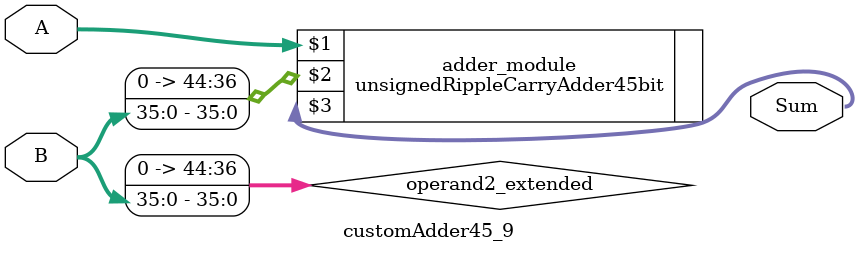
<source format=v>
module customAdder45_9(
                        input [44 : 0] A,
                        input [35 : 0] B,
                        
                        output [45 : 0] Sum
                );

        wire [44 : 0] operand2_extended;
        
        assign operand2_extended =  {9'b0, B};
        
        unsignedRippleCarryAdder45bit adder_module(
            A,
            operand2_extended,
            Sum
        );
        
        endmodule
        
</source>
